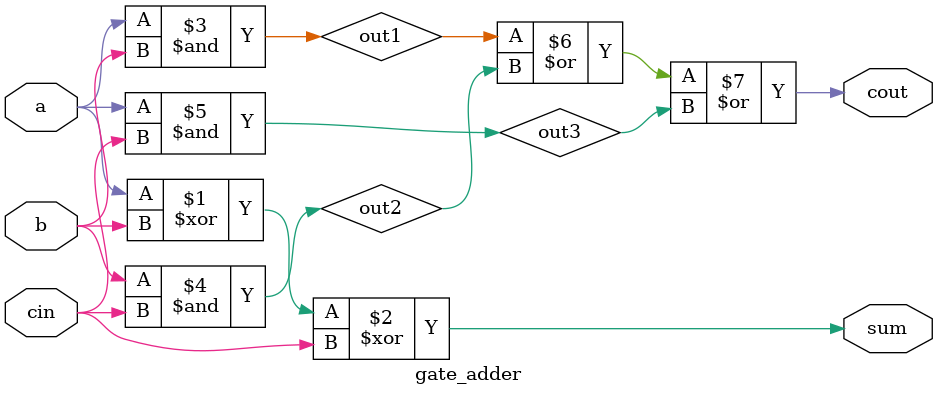
<source format=v>

module dataflow_adder(
    input a, b, cin,
    output cout, sum
);
    assign cout = (a & b) | (b & cin) | (cin & a);
    assign sum = a ^ b ^ cin;
endmodule

//--------------------------------n-bit full adder---------------------------------------//

module fulladder_nbit #(
    parameter N = 4
)( 
    input [N-1:0] a, b, 
    output [N-1:0] sum,
    output overflow
);
    wire[N-1:0] cout;
    generate 
        genvar i;
        for(i = 0;i < N; i++) begin
            if(i == 0) begin
                dataflow_adder adder(
                    .a(a[i]),
                    .b(b[i]),
                    .cin(1'b0),
                    .cout(cout[i]),
                    .sum(sum[i])
                );
            end
            else begin
                dataflow_adder adder(
                    .a(a[i]),
                    .b(b[i]),
                    .cin(cout[i-1]),
                    .cout(cout[i]),
                    .sum(sum[i])
                );
            end
        end
    endgenerate
    
    assign overflow = cout[N-1];
    
endmodule

//--------------------------------Gate Level single bit Adder-------------------------------//

module gate_adder (
    input a, b, cin,
    output cout, sum
);
    // Sum = a ^ b ^ cin
    xor x1(sum, a, b, cin);

    // cout = (a & b) | (b & cin) | (cin & a) 
    wire out1, out2, out3;

    and a1(out1, a, b); // out1 = a & b
    and a2(out2, b, cin);// out2 = b & cin
    and a3(out3, a, cin);
    or  o1(cout, out1, out2, out3);

    
endmodule







</source>
